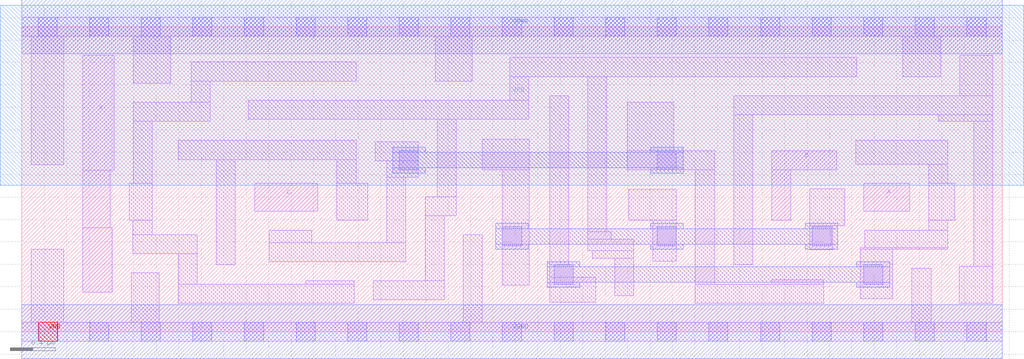
<source format=lef>
# Copyright 2020 The SkyWater PDK Authors
#
# Licensed under the Apache License, Version 2.0 (the "License");
# you may not use this file except in compliance with the License.
# You may obtain a copy of the License at
#
#     https://www.apache.org/licenses/LICENSE-2.0
#
# Unless required by applicable law or agreed to in writing, software
# distributed under the License is distributed on an "AS IS" BASIS,
# WITHOUT WARRANTIES OR CONDITIONS OF ANY KIND, either express or implied.
# See the License for the specific language governing permissions and
# limitations under the License.
#
# SPDX-License-Identifier: Apache-2.0

VERSION 5.7 ;
  NOWIREEXTENSIONATPIN ON ;
  DIVIDERCHAR "/" ;
  BUSBITCHARS "[]" ;
MACRO sky130_fd_sc_hd__xnor3_2
  CLASS CORE ;
  FOREIGN sky130_fd_sc_hd__xnor3_2 ;
  ORIGIN  0.000000  0.000000 ;
  SIZE  8.740000 BY  2.720000 ;
  SYMMETRY X Y R90 ;
  SITE unithd ;
  PIN A
    ANTENNAGATEAREA  0.246000 ;
    DIRECTION INPUT ;
    USE SIGNAL ;
    PORT
      LAYER li1 ;
        RECT 7.505000 1.075000 7.915000 1.325000 ;
    END
  END A
  PIN B
    ANTENNAGATEAREA  0.661500 ;
    DIRECTION INPUT ;
    USE SIGNAL ;
    PORT
      LAYER li1 ;
        RECT 6.685000 0.995000 6.855000 1.445000 ;
        RECT 6.685000 1.445000 7.265000 1.615000 ;
    END
  END B
  PIN C
    ANTENNAGATEAREA  0.381000 ;
    DIRECTION INPUT ;
    USE SIGNAL ;
    PORT
      LAYER li1 ;
        RECT 2.075000 1.075000 2.640000 1.325000 ;
    END
  END C
  PIN VNB
    PORT
      LAYER pwell ;
        RECT 0.150000 -0.085000 0.320000 0.085000 ;
    END
  END VNB
  PIN VPB
    PORT
      LAYER nwell ;
        RECT -0.190000 1.305000 8.930000 2.910000 ;
    END
  END VPB
  PIN X
    ANTENNADIFFAREA  0.445500 ;
    DIRECTION OUTPUT ;
    USE SIGNAL ;
    PORT
      LAYER li1 ;
        RECT 0.545000 0.350000 0.805000 0.925000 ;
        RECT 0.545000 0.925000 0.790000 1.440000 ;
        RECT 0.545000 1.440000 0.825000 2.465000 ;
    END
  END X
  PIN VGND
    DIRECTION INOUT ;
    SHAPE ABUTMENT ;
    USE GROUND ;
    PORT
      LAYER met1 ;
        RECT 0.000000 -0.240000 8.740000 0.240000 ;
    END
  END VGND
  PIN VPWR
    DIRECTION INOUT ;
    SHAPE ABUTMENT ;
    USE POWER ;
    PORT
      LAYER met1 ;
        RECT 0.000000 2.480000 8.740000 2.960000 ;
    END
  END VPWR
  OBS
    LAYER li1 ;
      RECT 0.000000 -0.085000 8.740000 0.085000 ;
      RECT 0.000000  2.635000 8.740000 2.805000 ;
      RECT 0.085000  0.085000 0.375000 0.735000 ;
      RECT 0.085000  1.490000 0.375000 2.635000 ;
      RECT 0.960000  0.995000 1.165000 1.325000 ;
      RECT 0.975000  0.085000 1.225000 0.525000 ;
      RECT 0.990000  0.695000 1.565000 0.865000 ;
      RECT 0.990000  0.865000 1.165000 0.995000 ;
      RECT 0.995000  1.325000 1.165000 1.875000 ;
      RECT 0.995000  1.875000 1.680000 2.045000 ;
      RECT 0.995000  2.215000 1.330000 2.635000 ;
      RECT 1.395000  0.255000 2.965000 0.425000 ;
      RECT 1.395000  0.425000 1.565000 0.695000 ;
      RECT 1.395000  1.535000 2.980000 1.705000 ;
      RECT 1.510000  2.045000 1.680000 2.235000 ;
      RECT 1.510000  2.235000 2.980000 2.405000 ;
      RECT 1.735000  0.595000 1.905000 1.535000 ;
      RECT 2.020000  1.895000 4.520000 2.065000 ;
      RECT 2.205000  0.625000 3.425000 0.795000 ;
      RECT 2.205000  0.795000 2.585000 0.905000 ;
      RECT 2.530000  0.425000 2.965000 0.455000 ;
      RECT 2.810000  0.995000 3.085000 1.325000 ;
      RECT 2.810000  1.325000 2.980000 1.535000 ;
      RECT 3.135000  0.285000 3.765000 0.455000 ;
      RECT 3.150000  1.525000 3.535000 1.695000 ;
      RECT 3.255000  0.795000 3.425000 1.375000 ;
      RECT 3.255000  1.375000 3.535000 1.525000 ;
      RECT 3.595000  0.455000 3.765000 1.035000 ;
      RECT 3.595000  1.035000 3.875000 1.205000 ;
      RECT 3.685000  2.235000 4.015000 2.635000 ;
      RECT 3.705000  1.205000 3.875000 1.895000 ;
      RECT 3.935000  0.085000 4.105000 0.865000 ;
      RECT 4.105000  1.445000 4.525000 1.715000 ;
      RECT 4.285000  0.415000 4.525000 1.445000 ;
      RECT 4.350000  2.065000 4.520000 2.275000 ;
      RECT 4.350000  2.275000 7.445000 2.445000 ;
      RECT 4.705000  0.265000 5.115000 0.485000 ;
      RECT 4.705000  0.485000 4.915000 0.595000 ;
      RECT 4.705000  0.595000 4.875000 2.105000 ;
      RECT 5.045000  0.720000 5.455000 0.825000 ;
      RECT 5.045000  0.825000 5.255000 0.890000 ;
      RECT 5.045000  0.890000 5.215000 2.275000 ;
      RECT 5.085000  0.655000 5.455000 0.720000 ;
      RECT 5.285000  0.320000 5.455000 0.655000 ;
      RECT 5.395000  1.445000 6.175000 1.615000 ;
      RECT 5.395000  1.615000 5.810000 2.045000 ;
      RECT 5.410000  0.995000 5.835000 1.270000 ;
      RECT 5.625000  0.630000 5.835000 0.995000 ;
      RECT 6.005000  0.255000 7.150000 0.425000 ;
      RECT 6.005000  0.425000 6.175000 1.445000 ;
      RECT 6.345000  0.595000 6.515000 1.935000 ;
      RECT 6.345000  1.935000 8.655000 2.105000 ;
      RECT 6.685000  0.425000 7.150000 0.465000 ;
      RECT 7.025000  0.730000 7.230000 0.945000 ;
      RECT 7.025000  0.945000 7.335000 1.275000 ;
      RECT 7.435000  1.495000 8.255000 1.705000 ;
      RECT 7.475000  0.295000 7.765000 0.735000 ;
      RECT 7.475000  0.735000 8.255000 0.750000 ;
      RECT 7.515000  0.750000 8.255000 0.905000 ;
      RECT 7.855000  2.275000 8.190000 2.635000 ;
      RECT 7.935000  0.085000 8.105000 0.565000 ;
      RECT 8.085000  0.905000 8.255000 0.995000 ;
      RECT 8.085000  0.995000 8.315000 1.325000 ;
      RECT 8.085000  1.325000 8.255000 1.495000 ;
      RECT 8.170000  1.875000 8.655000 1.935000 ;
      RECT 8.355000  0.255000 8.655000 0.585000 ;
      RECT 8.360000  2.105000 8.655000 2.465000 ;
      RECT 8.485000  0.585000 8.655000 1.875000 ;
    LAYER mcon ;
      RECT 0.145000 -0.085000 0.315000 0.085000 ;
      RECT 0.145000  2.635000 0.315000 2.805000 ;
      RECT 0.605000 -0.085000 0.775000 0.085000 ;
      RECT 0.605000  2.635000 0.775000 2.805000 ;
      RECT 1.065000 -0.085000 1.235000 0.085000 ;
      RECT 1.065000  2.635000 1.235000 2.805000 ;
      RECT 1.525000 -0.085000 1.695000 0.085000 ;
      RECT 1.525000  2.635000 1.695000 2.805000 ;
      RECT 1.985000 -0.085000 2.155000 0.085000 ;
      RECT 1.985000  2.635000 2.155000 2.805000 ;
      RECT 2.445000 -0.085000 2.615000 0.085000 ;
      RECT 2.445000  2.635000 2.615000 2.805000 ;
      RECT 2.905000 -0.085000 3.075000 0.085000 ;
      RECT 2.905000  2.635000 3.075000 2.805000 ;
      RECT 3.365000 -0.085000 3.535000 0.085000 ;
      RECT 3.365000  1.445000 3.535000 1.615000 ;
      RECT 3.365000  2.635000 3.535000 2.805000 ;
      RECT 3.825000 -0.085000 3.995000 0.085000 ;
      RECT 3.825000  2.635000 3.995000 2.805000 ;
      RECT 4.285000 -0.085000 4.455000 0.085000 ;
      RECT 4.285000  0.765000 4.455000 0.935000 ;
      RECT 4.285000  2.635000 4.455000 2.805000 ;
      RECT 4.745000 -0.085000 4.915000 0.085000 ;
      RECT 4.745000  0.425000 4.915000 0.595000 ;
      RECT 4.745000  2.635000 4.915000 2.805000 ;
      RECT 5.205000 -0.085000 5.375000 0.085000 ;
      RECT 5.205000  2.635000 5.375000 2.805000 ;
      RECT 5.665000 -0.085000 5.835000 0.085000 ;
      RECT 5.665000  0.765000 5.835000 0.935000 ;
      RECT 5.665000  1.445000 5.835000 1.615000 ;
      RECT 5.665000  2.635000 5.835000 2.805000 ;
      RECT 6.125000 -0.085000 6.295000 0.085000 ;
      RECT 6.125000  2.635000 6.295000 2.805000 ;
      RECT 6.585000 -0.085000 6.755000 0.085000 ;
      RECT 6.585000  2.635000 6.755000 2.805000 ;
      RECT 7.045000 -0.085000 7.215000 0.085000 ;
      RECT 7.045000  0.765000 7.215000 0.935000 ;
      RECT 7.045000  2.635000 7.215000 2.805000 ;
      RECT 7.505000 -0.085000 7.675000 0.085000 ;
      RECT 7.505000  0.425000 7.675000 0.595000 ;
      RECT 7.505000  2.635000 7.675000 2.805000 ;
      RECT 7.965000 -0.085000 8.135000 0.085000 ;
      RECT 7.965000  2.635000 8.135000 2.805000 ;
      RECT 8.425000 -0.085000 8.595000 0.085000 ;
      RECT 8.425000  2.635000 8.595000 2.805000 ;
    LAYER met1 ;
      RECT 3.305000 1.415000 3.595000 1.460000 ;
      RECT 3.305000 1.460000 5.895000 1.600000 ;
      RECT 3.305000 1.600000 3.595000 1.645000 ;
      RECT 4.225000 0.735000 4.515000 0.780000 ;
      RECT 4.225000 0.780000 7.275000 0.920000 ;
      RECT 4.225000 0.920000 4.515000 0.965000 ;
      RECT 4.685000 0.395000 4.975000 0.440000 ;
      RECT 4.685000 0.440000 7.735000 0.580000 ;
      RECT 4.685000 0.580000 4.975000 0.625000 ;
      RECT 5.605000 0.735000 5.895000 0.780000 ;
      RECT 5.605000 0.920000 5.895000 0.965000 ;
      RECT 5.605000 1.415000 5.895000 1.460000 ;
      RECT 5.605000 1.600000 5.895000 1.645000 ;
      RECT 6.985000 0.735000 7.275000 0.780000 ;
      RECT 6.985000 0.920000 7.275000 0.965000 ;
      RECT 7.445000 0.395000 7.735000 0.440000 ;
      RECT 7.445000 0.580000 7.735000 0.625000 ;
  END
END sky130_fd_sc_hd__xnor3_2
END LIBRARY

</source>
